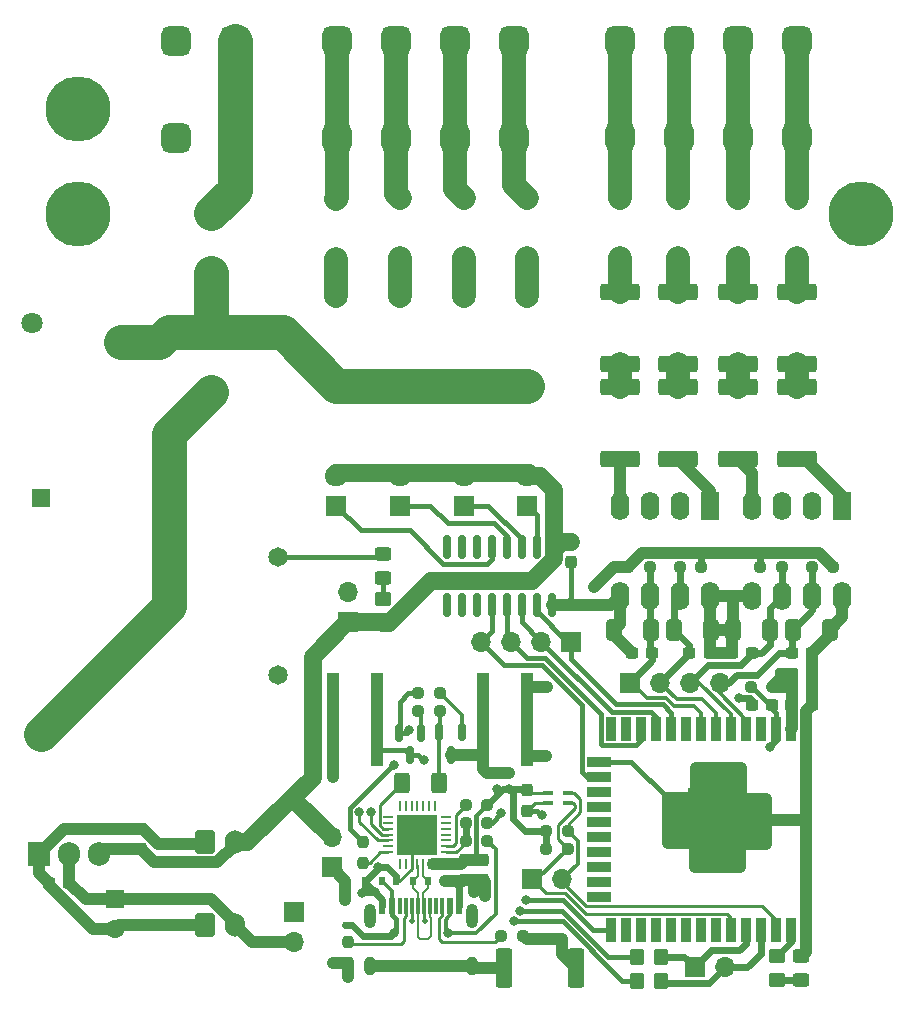
<source format=gtl>
G04 #@! TF.GenerationSoftware,KiCad,Pcbnew,(6.0.4)*
G04 #@! TF.CreationDate,2022-06-03T19:01:50+02:00*
G04 #@! TF.ProjectId,hamodule,68616d6f-6475-46c6-952e-6b696361645f,rev?*
G04 #@! TF.SameCoordinates,Original*
G04 #@! TF.FileFunction,Copper,L1,Top*
G04 #@! TF.FilePolarity,Positive*
%FSLAX46Y46*%
G04 Gerber Fmt 4.6, Leading zero omitted, Abs format (unit mm)*
G04 Created by KiCad (PCBNEW (6.0.4)) date 2022-06-03 19:01:50*
%MOMM*%
%LPD*%
G01*
G04 APERTURE LIST*
G04 Aperture macros list*
%AMRoundRect*
0 Rectangle with rounded corners*
0 $1 Rounding radius*
0 $2 $3 $4 $5 $6 $7 $8 $9 X,Y pos of 4 corners*
0 Add a 4 corners polygon primitive as box body*
4,1,4,$2,$3,$4,$5,$6,$7,$8,$9,$2,$3,0*
0 Add four circle primitives for the rounded corners*
1,1,$1+$1,$2,$3*
1,1,$1+$1,$4,$5*
1,1,$1+$1,$6,$7*
1,1,$1+$1,$8,$9*
0 Add four rect primitives between the rounded corners*
20,1,$1+$1,$2,$3,$4,$5,0*
20,1,$1+$1,$4,$5,$6,$7,0*
20,1,$1+$1,$6,$7,$8,$9,0*
20,1,$1+$1,$8,$9,$2,$3,0*%
G04 Aperture macros list end*
G04 #@! TA.AperFunction,ComponentPad*
%ADD10R,1.700000X1.700000*%
G04 #@! TD*
G04 #@! TA.AperFunction,ComponentPad*
%ADD11O,1.700000X1.700000*%
G04 #@! TD*
G04 #@! TA.AperFunction,SMDPad,CuDef*
%ADD12RoundRect,0.250000X-0.412500X-0.650000X0.412500X-0.650000X0.412500X0.650000X-0.412500X0.650000X0*%
G04 #@! TD*
G04 #@! TA.AperFunction,SMDPad,CuDef*
%ADD13RoundRect,0.249999X-1.425001X0.450001X-1.425001X-0.450001X1.425001X-0.450001X1.425001X0.450001X0*%
G04 #@! TD*
G04 #@! TA.AperFunction,ComponentPad*
%ADD14C,1.800000*%
G04 #@! TD*
G04 #@! TA.AperFunction,SMDPad,CuDef*
%ADD15RoundRect,0.250000X-0.450000X0.325000X-0.450000X-0.325000X0.450000X-0.325000X0.450000X0.325000X0*%
G04 #@! TD*
G04 #@! TA.AperFunction,SMDPad,CuDef*
%ADD16RoundRect,0.250000X-0.450000X0.350000X-0.450000X-0.350000X0.450000X-0.350000X0.450000X0.350000X0*%
G04 #@! TD*
G04 #@! TA.AperFunction,ComponentPad*
%ADD17RoundRect,0.250000X-0.600000X-0.750000X0.600000X-0.750000X0.600000X0.750000X-0.600000X0.750000X0*%
G04 #@! TD*
G04 #@! TA.AperFunction,ComponentPad*
%ADD18O,1.700000X2.000000*%
G04 #@! TD*
G04 #@! TA.AperFunction,SMDPad,CuDef*
%ADD19RoundRect,0.237500X0.300000X0.237500X-0.300000X0.237500X-0.300000X-0.237500X0.300000X-0.237500X0*%
G04 #@! TD*
G04 #@! TA.AperFunction,SMDPad,CuDef*
%ADD20RoundRect,0.237500X0.237500X-0.300000X0.237500X0.300000X-0.237500X0.300000X-0.237500X-0.300000X0*%
G04 #@! TD*
G04 #@! TA.AperFunction,SMDPad,CuDef*
%ADD21RoundRect,0.237500X-0.237500X0.300000X-0.237500X-0.300000X0.237500X-0.300000X0.237500X0.300000X0*%
G04 #@! TD*
G04 #@! TA.AperFunction,ComponentPad*
%ADD22R,1.650000X1.650000*%
G04 #@! TD*
G04 #@! TA.AperFunction,ComponentPad*
%ADD23C,1.650000*%
G04 #@! TD*
G04 #@! TA.AperFunction,ComponentPad*
%ADD24R,1.905000X2.000000*%
G04 #@! TD*
G04 #@! TA.AperFunction,ComponentPad*
%ADD25O,1.905000X2.000000*%
G04 #@! TD*
G04 #@! TA.AperFunction,ComponentPad*
%ADD26C,2.000000*%
G04 #@! TD*
G04 #@! TA.AperFunction,ComponentPad*
%ADD27O,1.950000X1.700000*%
G04 #@! TD*
G04 #@! TA.AperFunction,ComponentPad*
%ADD28RoundRect,0.625000X0.625000X0.625000X-0.625000X0.625000X-0.625000X-0.625000X0.625000X-0.625000X0*%
G04 #@! TD*
G04 #@! TA.AperFunction,ComponentPad*
%ADD29C,5.500000*%
G04 #@! TD*
G04 #@! TA.AperFunction,SMDPad,CuDef*
%ADD30RoundRect,0.150000X0.150000X-0.825000X0.150000X0.825000X-0.150000X0.825000X-0.150000X-0.825000X0*%
G04 #@! TD*
G04 #@! TA.AperFunction,SMDPad,CuDef*
%ADD31RoundRect,0.237500X-0.300000X-0.237500X0.300000X-0.237500X0.300000X0.237500X-0.300000X0.237500X0*%
G04 #@! TD*
G04 #@! TA.AperFunction,SMDPad,CuDef*
%ADD32RoundRect,0.250000X0.412500X0.650000X-0.412500X0.650000X-0.412500X-0.650000X0.412500X-0.650000X0*%
G04 #@! TD*
G04 #@! TA.AperFunction,ComponentPad*
%ADD33R,1.600000X2.400000*%
G04 #@! TD*
G04 #@! TA.AperFunction,ComponentPad*
%ADD34O,1.600000X2.400000*%
G04 #@! TD*
G04 #@! TA.AperFunction,SMDPad,CuDef*
%ADD35RoundRect,0.237500X-0.250000X-0.237500X0.250000X-0.237500X0.250000X0.237500X-0.250000X0.237500X0*%
G04 #@! TD*
G04 #@! TA.AperFunction,SMDPad,CuDef*
%ADD36RoundRect,0.150000X-0.150000X0.587500X-0.150000X-0.587500X0.150000X-0.587500X0.150000X0.587500X0*%
G04 #@! TD*
G04 #@! TA.AperFunction,SMDPad,CuDef*
%ADD37RoundRect,0.237500X0.250000X0.237500X-0.250000X0.237500X-0.250000X-0.237500X0.250000X-0.237500X0*%
G04 #@! TD*
G04 #@! TA.AperFunction,SMDPad,CuDef*
%ADD38R,0.600000X0.700000*%
G04 #@! TD*
G04 #@! TA.AperFunction,SMDPad,CuDef*
%ADD39R,1.100000X1.800000*%
G04 #@! TD*
G04 #@! TA.AperFunction,SMDPad,CuDef*
%ADD40RoundRect,0.237500X-0.237500X0.250000X-0.237500X-0.250000X0.237500X-0.250000X0.237500X0.250000X0*%
G04 #@! TD*
G04 #@! TA.AperFunction,SMDPad,CuDef*
%ADD41R,0.450000X0.600000*%
G04 #@! TD*
G04 #@! TA.AperFunction,SMDPad,CuDef*
%ADD42R,0.900000X2.000000*%
G04 #@! TD*
G04 #@! TA.AperFunction,SMDPad,CuDef*
%ADD43R,2.000000X0.900000*%
G04 #@! TD*
G04 #@! TA.AperFunction,SMDPad,CuDef*
%ADD44R,5.000000X5.000000*%
G04 #@! TD*
G04 #@! TA.AperFunction,SMDPad,CuDef*
%ADD45RoundRect,0.250000X0.400000X0.625000X-0.400000X0.625000X-0.400000X-0.625000X0.400000X-0.625000X0*%
G04 #@! TD*
G04 #@! TA.AperFunction,SMDPad,CuDef*
%ADD46RoundRect,0.250000X0.350000X0.450000X-0.350000X0.450000X-0.350000X-0.450000X0.350000X-0.450000X0*%
G04 #@! TD*
G04 #@! TA.AperFunction,SMDPad,CuDef*
%ADD47RoundRect,0.062500X0.062500X-0.337500X0.062500X0.337500X-0.062500X0.337500X-0.062500X-0.337500X0*%
G04 #@! TD*
G04 #@! TA.AperFunction,SMDPad,CuDef*
%ADD48RoundRect,0.062500X0.337500X-0.062500X0.337500X0.062500X-0.337500X0.062500X-0.337500X-0.062500X0*%
G04 #@! TD*
G04 #@! TA.AperFunction,SMDPad,CuDef*
%ADD49R,3.350000X3.350000*%
G04 #@! TD*
G04 #@! TA.AperFunction,ComponentPad*
%ADD50C,1.408000*%
G04 #@! TD*
G04 #@! TA.AperFunction,SMDPad,CuDef*
%ADD51R,0.600000X1.450000*%
G04 #@! TD*
G04 #@! TA.AperFunction,SMDPad,CuDef*
%ADD52R,0.300000X1.450000*%
G04 #@! TD*
G04 #@! TA.AperFunction,ComponentPad*
%ADD53O,1.000000X2.100000*%
G04 #@! TD*
G04 #@! TA.AperFunction,ComponentPad*
%ADD54O,1.000000X1.600000*%
G04 #@! TD*
G04 #@! TA.AperFunction,SMDPad,CuDef*
%ADD55RoundRect,0.249999X-0.450001X-1.425001X0.450001X-1.425001X0.450001X1.425001X-0.450001X1.425001X0*%
G04 #@! TD*
G04 #@! TA.AperFunction,SMDPad,CuDef*
%ADD56R,0.820000X0.304800*%
G04 #@! TD*
G04 #@! TA.AperFunction,SMDPad,CuDef*
%ADD57R,0.820000X0.308800*%
G04 #@! TD*
G04 #@! TA.AperFunction,ComponentPad*
%ADD58R,1.600000X1.600000*%
G04 #@! TD*
G04 #@! TA.AperFunction,ComponentPad*
%ADD59C,1.600000*%
G04 #@! TD*
G04 #@! TA.AperFunction,SMDPad,CuDef*
%ADD60RoundRect,0.250000X0.450000X-0.350000X0.450000X0.350000X-0.450000X0.350000X-0.450000X-0.350000X0*%
G04 #@! TD*
G04 #@! TA.AperFunction,ViaPad*
%ADD61C,0.800000*%
G04 #@! TD*
G04 #@! TA.AperFunction,ViaPad*
%ADD62C,0.500000*%
G04 #@! TD*
G04 #@! TA.AperFunction,Conductor*
%ADD63C,3.000000*%
G04 #@! TD*
G04 #@! TA.AperFunction,Conductor*
%ADD64C,1.500000*%
G04 #@! TD*
G04 #@! TA.AperFunction,Conductor*
%ADD65C,1.000000*%
G04 #@! TD*
G04 #@! TA.AperFunction,Conductor*
%ADD66C,0.250000*%
G04 #@! TD*
G04 #@! TA.AperFunction,Conductor*
%ADD67C,0.600000*%
G04 #@! TD*
G04 #@! TA.AperFunction,Conductor*
%ADD68C,0.350000*%
G04 #@! TD*
G04 #@! TA.AperFunction,Conductor*
%ADD69C,2.000000*%
G04 #@! TD*
G04 #@! TA.AperFunction,Conductor*
%ADD70C,0.400000*%
G04 #@! TD*
G04 #@! TA.AperFunction,Conductor*
%ADD71C,0.200000*%
G04 #@! TD*
G04 APERTURE END LIST*
D10*
X150558500Y-144538700D03*
D11*
X150558500Y-147078700D03*
D12*
X182677074Y-120583120D03*
X185802074Y-120583120D03*
D13*
X178117500Y-91986100D03*
X178117500Y-98086100D03*
X183070500Y-91986100D03*
X183070500Y-98086100D03*
D14*
X128386500Y-94623500D03*
X135886500Y-96256830D03*
D13*
X183070500Y-100037900D03*
X183070500Y-106137900D03*
X178117500Y-100037900D03*
X178117500Y-106137900D03*
D15*
X158100000Y-114150000D03*
X158100000Y-116200000D03*
D16*
X158100000Y-118000000D03*
X158100000Y-120000000D03*
D17*
X143009300Y-138603500D03*
D18*
X145509300Y-138603500D03*
D10*
X155080500Y-119965500D03*
D11*
X155080500Y-117425500D03*
D19*
X131500000Y-142000000D03*
X129775000Y-142000000D03*
D20*
X137600000Y-139200000D03*
X137600000Y-137475000D03*
D21*
X174000000Y-113175000D03*
X174000000Y-114900000D03*
D22*
X129136100Y-109443500D03*
D23*
X129136100Y-129443500D03*
X149136100Y-124443500D03*
X149136100Y-114443500D03*
D24*
X128960000Y-139600000D03*
D25*
X131500000Y-139600000D03*
X134040000Y-139600000D03*
D26*
X154100000Y-92300000D03*
X154100000Y-99920000D03*
D10*
X154100000Y-110080000D03*
D27*
X154100000Y-107540000D03*
D26*
X159500000Y-92300000D03*
X159500000Y-99920000D03*
D10*
X159500000Y-110080000D03*
D27*
X159500000Y-107540000D03*
D26*
X170300000Y-92300000D03*
X170300000Y-99920000D03*
D10*
X170300000Y-110080000D03*
D27*
X170300000Y-107540000D03*
D28*
X169146500Y-78953500D03*
X169146500Y-70753501D03*
X164146500Y-78953500D03*
X164146500Y-70753501D03*
X159146500Y-78953500D03*
X159146500Y-70753501D03*
X154146500Y-78953500D03*
X154146500Y-70753501D03*
X145500100Y-78977099D03*
X145500100Y-70777100D03*
X140500100Y-78977099D03*
X140500100Y-70777100D03*
X193106500Y-78913499D03*
X193106500Y-70713500D03*
X188106500Y-78913499D03*
X188106500Y-70713500D03*
X183106500Y-78913499D03*
X183106500Y-70713500D03*
X178106500Y-78913499D03*
X178106500Y-70713500D03*
D26*
X143546500Y-85283500D03*
X143536500Y-90363500D03*
D29*
X198564500Y-85407500D03*
X132270500Y-85407500D03*
D26*
X164900000Y-92300000D03*
X164900000Y-99920000D03*
D10*
X164900000Y-110080000D03*
D27*
X164900000Y-107540000D03*
D29*
X132256500Y-76503500D03*
D30*
X163455000Y-118512500D03*
X164725000Y-118512500D03*
X165995000Y-118512500D03*
X167265000Y-118512500D03*
X168535000Y-118512500D03*
X169805000Y-118512500D03*
X171075000Y-118512500D03*
X172345000Y-118512500D03*
X172345000Y-113562500D03*
X171075000Y-113562500D03*
X169805000Y-113562500D03*
X168535000Y-113562500D03*
X167265000Y-113562500D03*
X165995000Y-113562500D03*
X164725000Y-113562500D03*
X163455000Y-113562500D03*
D31*
X183998674Y-122564320D03*
X185723674Y-122564320D03*
D19*
X189305074Y-122564320D03*
X187580074Y-122564320D03*
D32*
X190818974Y-120583120D03*
X187693974Y-120583120D03*
D12*
X192761674Y-120583120D03*
X195886674Y-120583120D03*
D13*
X193128900Y-100037900D03*
X193128900Y-106137900D03*
X188099700Y-91986100D03*
X188099700Y-98086100D03*
X193128900Y-91986100D03*
X193128900Y-98086100D03*
D33*
X185751274Y-110118320D03*
D34*
X183211274Y-110118320D03*
X180671274Y-110118320D03*
X178131274Y-110118320D03*
X178131274Y-117738320D03*
X180671274Y-117738320D03*
X183211274Y-117738320D03*
X185751274Y-117738320D03*
D33*
X196927274Y-110118320D03*
D34*
X194387274Y-110118320D03*
X191847274Y-110118320D03*
X189307274Y-110118320D03*
X189307274Y-117738320D03*
X191847274Y-117738320D03*
X194387274Y-117738320D03*
X196927274Y-117738320D03*
D13*
X188099700Y-100037900D03*
X188099700Y-106137900D03*
D19*
X180874474Y-122564320D03*
X179149474Y-122564320D03*
D31*
X192660074Y-122564320D03*
X194385074Y-122564320D03*
D35*
X189256000Y-125412500D03*
X191081000Y-125412500D03*
D31*
X192659000Y-125412500D03*
X194384000Y-125412500D03*
D19*
X191018500Y-126936500D03*
X189293500Y-126936500D03*
D36*
X164746500Y-129298500D03*
X162846500Y-129298500D03*
X163796500Y-131173500D03*
D35*
X161071500Y-127513500D03*
X162896500Y-127513500D03*
D37*
X162896500Y-125983500D03*
X161071500Y-125983500D03*
D38*
X157983000Y-141900900D03*
X156583000Y-141900900D03*
D17*
X143009300Y-145580100D03*
D18*
X145509300Y-145580100D03*
D39*
X166566500Y-131300000D03*
X166566500Y-125100000D03*
X170266500Y-125100000D03*
X170266500Y-131300000D03*
X157550000Y-131300000D03*
X157550000Y-125100000D03*
X153850000Y-125100000D03*
X153850000Y-131300000D03*
D21*
X164974900Y-140078300D03*
X164974900Y-141803300D03*
D35*
X165065500Y-135410900D03*
X166890500Y-135410900D03*
D37*
X166890500Y-138458900D03*
X165065500Y-138458900D03*
D35*
X165065500Y-136934900D03*
X166890500Y-136934900D03*
D21*
X166574900Y-140084800D03*
X166574900Y-141809800D03*
D40*
X156406500Y-138553000D03*
X156406500Y-140378000D03*
D41*
X154876500Y-143514100D03*
X154876500Y-145614100D03*
D38*
X160583000Y-141900900D03*
X159183000Y-141900900D03*
X161893000Y-141900900D03*
X163293000Y-141900900D03*
D42*
X193865500Y-128986500D03*
X192595500Y-128986500D03*
X191325500Y-128986500D03*
X190055500Y-128986500D03*
X188785500Y-128986500D03*
X187515500Y-128986500D03*
X186245500Y-128986500D03*
X184975500Y-128986500D03*
X183705500Y-128986500D03*
X182435500Y-128986500D03*
X181165500Y-128986500D03*
X179895500Y-128986500D03*
X178625500Y-128986500D03*
X177355500Y-128986500D03*
D43*
X176355500Y-131771500D03*
X176355500Y-133041500D03*
X176355500Y-134311500D03*
X176355500Y-135581500D03*
X176355500Y-136851500D03*
X176355500Y-138121500D03*
X176355500Y-139391500D03*
X176355500Y-140661500D03*
X176355500Y-141931500D03*
X176355500Y-143201500D03*
D42*
X177355500Y-145986500D03*
X178625500Y-145986500D03*
X179895500Y-145986500D03*
X181165500Y-145986500D03*
X182435500Y-145986500D03*
X183705500Y-145986500D03*
X184975500Y-145986500D03*
X186245500Y-145986500D03*
X187515500Y-145986500D03*
X188785500Y-145986500D03*
X190055500Y-145986500D03*
X191325500Y-145986500D03*
X192595500Y-145986500D03*
X193865500Y-145986500D03*
D44*
X186365500Y-136486500D03*
D36*
X161286500Y-129308500D03*
X159386500Y-129308500D03*
X160336500Y-131183500D03*
D10*
X178955700Y-125082300D03*
D11*
X181495700Y-125082300D03*
X184035700Y-125082300D03*
X186575700Y-125082300D03*
D10*
X184442100Y-149161500D03*
D11*
X186982100Y-149161500D03*
D45*
X162779000Y-133575500D03*
X159679000Y-133575500D03*
D46*
X181578000Y-150304500D03*
X179578000Y-150304500D03*
X181578000Y-148272500D03*
X179578000Y-148272500D03*
D47*
X159483000Y-140390900D03*
X159983000Y-140390900D03*
X160483000Y-140390900D03*
X160983000Y-140390900D03*
X161483000Y-140390900D03*
X161983000Y-140390900D03*
X162483000Y-140390900D03*
D48*
X163433000Y-139440900D03*
X163433000Y-138940900D03*
X163433000Y-138440900D03*
X163433000Y-137940900D03*
X163433000Y-137440900D03*
X163433000Y-136940900D03*
X163433000Y-136440900D03*
D47*
X162483000Y-135490900D03*
X161983000Y-135490900D03*
X161483000Y-135490900D03*
X160983000Y-135490900D03*
X160483000Y-135490900D03*
X159983000Y-135490900D03*
X159483000Y-135490900D03*
D48*
X158533000Y-136440900D03*
X158533000Y-136940900D03*
X158533000Y-137440900D03*
X158533000Y-137940900D03*
X158533000Y-138440900D03*
X158533000Y-138940900D03*
X158533000Y-139440900D03*
D49*
X160983000Y-137940900D03*
D31*
X192648500Y-126936500D03*
X194373500Y-126936500D03*
D32*
X180747474Y-120583120D03*
X177622474Y-120583120D03*
D10*
X153733500Y-140708300D03*
D11*
X153733500Y-138168300D03*
D21*
X170296500Y-134186100D03*
X170296500Y-135911100D03*
D35*
X168096500Y-146513500D03*
X169921500Y-146513500D03*
X189993074Y-115274520D03*
X191818074Y-115274520D03*
D50*
X183070500Y-89090500D03*
X183070500Y-84010500D03*
D35*
X178820874Y-115274520D03*
X180645874Y-115274520D03*
D50*
X193128900Y-89090500D03*
X193128900Y-84010500D03*
D10*
X170700700Y-141719300D03*
D11*
X173240700Y-141719300D03*
D15*
X193484500Y-148217500D03*
X193484500Y-150267500D03*
D50*
X154100000Y-89180000D03*
X154100000Y-84100000D03*
D51*
X158023000Y-143955900D03*
X158823000Y-143955900D03*
D52*
X160023000Y-143955900D03*
X161023000Y-143955900D03*
X161523000Y-143955900D03*
X162523000Y-143955900D03*
D51*
X163723000Y-143955900D03*
X164523000Y-143955900D03*
X164523000Y-143955900D03*
X163723000Y-143955900D03*
D52*
X163023000Y-143955900D03*
X162023000Y-143955900D03*
X160523000Y-143955900D03*
X159523000Y-143955900D03*
D51*
X158823000Y-143955900D03*
X158023000Y-143955900D03*
D53*
X165593000Y-144870900D03*
D54*
X156953000Y-149050900D03*
D53*
X156953000Y-144870900D03*
D54*
X165593000Y-149050900D03*
D37*
X196186874Y-115274520D03*
X194361874Y-115274520D03*
D50*
X188099700Y-89090500D03*
X188099700Y-84010500D03*
D26*
X143546500Y-95413500D03*
X143536500Y-100493500D03*
D50*
X164900000Y-89140000D03*
X164900000Y-84060000D03*
D55*
X168326500Y-149243500D03*
X174426500Y-149243500D03*
D56*
X173760000Y-135261900D03*
D57*
X173760000Y-134451100D03*
X172040000Y-134451100D03*
D56*
X172040000Y-135261900D03*
D35*
X171869100Y-137604500D03*
X173694100Y-137604500D03*
D58*
X135400000Y-143400000D03*
D59*
X135400000Y-145900000D03*
D50*
X178092100Y-89090500D03*
X178092100Y-84010500D03*
D37*
X185014674Y-115274520D03*
X183189674Y-115274520D03*
D35*
X171869100Y-139128500D03*
X173694100Y-139128500D03*
D50*
X170300000Y-89140000D03*
X170300000Y-84060000D03*
D60*
X191407500Y-150242500D03*
X191407500Y-148242500D03*
D40*
X155086500Y-147013500D03*
X155086500Y-148838500D03*
D10*
X174000000Y-121600000D03*
D11*
X171460000Y-121600000D03*
X168920000Y-121600000D03*
X166380000Y-121600000D03*
D50*
X159500000Y-89140000D03*
X159500000Y-84060000D03*
D61*
X175900000Y-117000000D03*
X168719500Y-134048500D03*
X167703500Y-134048500D03*
X191731900Y-124421900D03*
X192671700Y-124432420D03*
X190836500Y-130523500D03*
X168700000Y-132700000D03*
D62*
X160503000Y-145224500D03*
X161607500Y-145224500D03*
D61*
X170192700Y-143497300D03*
X161536500Y-131663500D03*
X160296500Y-129123000D03*
X158966500Y-132033500D03*
X158983000Y-146300784D03*
X163600000Y-146300000D03*
X183172100Y-135851900D03*
X185407300Y-139712700D03*
X187337700Y-139712700D03*
X185559700Y-133311900D03*
X190500000Y-136766300D03*
X162116300Y-136856500D03*
X160926500Y-139103900D03*
X188400000Y-132270500D03*
X157356500Y-142843500D03*
X186500000Y-132270500D03*
X153800000Y-133100000D03*
X182181500Y-136740900D03*
X159786500Y-139103900D03*
X188201300Y-126403100D03*
X155106500Y-150003500D03*
X162106500Y-139173900D03*
X193856500Y-144343500D03*
X171912632Y-125487368D03*
X184518300Y-140652500D03*
X171500000Y-136300000D03*
X172212000Y-146812000D03*
X193865500Y-130644900D03*
X166738300Y-143116300D03*
X171900000Y-131300000D03*
X159796500Y-137999500D03*
X160922500Y-137974100D03*
X160922500Y-136856500D03*
X173228000Y-146812000D03*
X189600000Y-135826500D03*
X189600000Y-137700000D03*
X187490100Y-133311900D03*
X188277500Y-140652500D03*
X157612099Y-140708899D03*
X171196000Y-146812000D03*
X184600000Y-132270500D03*
X168100000Y-136100000D03*
X156324300Y-142862300D03*
X182181500Y-138620500D03*
X153826500Y-148833500D03*
X159804900Y-136881900D03*
X182181500Y-134861300D03*
X165773100Y-142811500D03*
X164021100Y-141900900D03*
X183172100Y-137731500D03*
X190500000Y-134900000D03*
X190500000Y-138700000D03*
X186397900Y-140652500D03*
X162090900Y-137948700D03*
X157083980Y-136013900D03*
X169176700Y-145300700D03*
X169659300Y-144411700D03*
X156066500Y-136005500D03*
D63*
X143536500Y-90363500D02*
X143536500Y-95403500D01*
X135886500Y-96256830D02*
X139070170Y-96256830D01*
X143546500Y-95413500D02*
X139913500Y-95413500D01*
X154100000Y-99920000D02*
X170300000Y-99920000D01*
X139070170Y-96256830D02*
X139913500Y-95413500D01*
X143536500Y-95403500D02*
X143546500Y-95413500D01*
X143546500Y-95413500D02*
X149593500Y-95413500D01*
X149593500Y-95413500D02*
X154100000Y-99920000D01*
D64*
X172575480Y-114624520D02*
X172575480Y-108756458D01*
X155034500Y-119965500D02*
X152100000Y-122900000D01*
X158100000Y-120000000D02*
X158596377Y-120000000D01*
X146562300Y-138603500D02*
X145509300Y-138603500D01*
D65*
X145509300Y-138796324D02*
X145509300Y-138603500D01*
D64*
X150332900Y-134832900D02*
X150398100Y-134832900D01*
D65*
X144002604Y-140303020D02*
X145509300Y-138796324D01*
D64*
X171359022Y-107540000D02*
X170300000Y-107540000D01*
X173225000Y-113175000D02*
X174000000Y-113175000D01*
X172575480Y-114624520D02*
X172575480Y-113824520D01*
X172575480Y-113824520D02*
X173225000Y-113175000D01*
X152100000Y-133131000D02*
X150398100Y-134832900D01*
D65*
X137600000Y-139200000D02*
X134440000Y-139200000D01*
D64*
X150332900Y-134832900D02*
X146562300Y-138603500D01*
D65*
X137600000Y-139200000D02*
X138703020Y-140303020D01*
D64*
X154107300Y-107359500D02*
X170430501Y-107359500D01*
X150398100Y-134832900D02*
X153733500Y-138168300D01*
X172575480Y-108756458D02*
X171359022Y-107540000D01*
X170430501Y-107359500D02*
X170450000Y-107340001D01*
D65*
X134440000Y-139200000D02*
X134040000Y-139600000D01*
D64*
X170703623Y-116496377D02*
X172575480Y-114624520D01*
X152100000Y-122900000D02*
X152100000Y-133131000D01*
X155080500Y-119965500D02*
X155034500Y-119965500D01*
X162100000Y-116496377D02*
X158630877Y-119965500D01*
X158596377Y-120000000D02*
X162100000Y-116496377D01*
X162100000Y-116496377D02*
X170703623Y-116496377D01*
D65*
X138703020Y-140303020D02*
X144002604Y-140303020D01*
D64*
X158630877Y-119965500D02*
X155080500Y-119965500D01*
D66*
X166574900Y-140084800D02*
X166003480Y-139513380D01*
D67*
X169100000Y-134429000D02*
X168719500Y-134048500D01*
X185014674Y-115274520D02*
X185014674Y-114178280D01*
X169100000Y-136600000D02*
X169100000Y-134429000D01*
D65*
X179995394Y-114100000D02*
X178820874Y-115274520D01*
X196186874Y-115274520D02*
X196174520Y-115274520D01*
X192659000Y-125412500D02*
X192659000Y-128923000D01*
D67*
X170104500Y-137604500D02*
X169100000Y-136600000D01*
D66*
X170561500Y-134451100D02*
X170296500Y-134186100D01*
D68*
X165927520Y-136336380D02*
X166853000Y-135410900D01*
D65*
X185092954Y-114100000D02*
X179995394Y-114100000D01*
D66*
X166003480Y-136260420D02*
X166853000Y-135410900D01*
X166003480Y-139513380D02*
X166003480Y-136260420D01*
D67*
X189993074Y-114160120D02*
X189932954Y-114100000D01*
D65*
X191731900Y-124724100D02*
X191043500Y-125412500D01*
D68*
X165747200Y-140084800D02*
X165927520Y-139904480D01*
D66*
X171836500Y-134451100D02*
X170561500Y-134451100D01*
D65*
X178820874Y-115274520D02*
X177625480Y-115274520D01*
X196174520Y-115274520D02*
X195000000Y-114100000D01*
X192659000Y-125412500D02*
X192659000Y-124445120D01*
X164662300Y-140390900D02*
X162307520Y-140390900D01*
D67*
X185014674Y-114178280D02*
X185092954Y-114100000D01*
X171869100Y-137604500D02*
X170104500Y-137604500D01*
D65*
X189932954Y-114100000D02*
X185092954Y-114100000D01*
D67*
X168252900Y-134048500D02*
X167703500Y-134597900D01*
X167703500Y-134597900D02*
X166890500Y-135410900D01*
D65*
X166574900Y-140084800D02*
X165747200Y-140084800D01*
X192659000Y-128923000D02*
X192595500Y-128986500D01*
D68*
X165927520Y-139904480D02*
X165927520Y-136336380D01*
D67*
X168719500Y-134048500D02*
X168252900Y-134048500D01*
D65*
X191731900Y-124421900D02*
X191731900Y-124724100D01*
X177625480Y-115274520D02*
X175900000Y-117000000D01*
D67*
X189993074Y-115274520D02*
X189993074Y-114160120D01*
D65*
X165747200Y-140084800D02*
X164981400Y-140084800D01*
D67*
X167703500Y-134048500D02*
X167703500Y-134597900D01*
X170158900Y-134048500D02*
X170296500Y-134186100D01*
D65*
X192659000Y-124445120D02*
X192671700Y-124432420D01*
D67*
X171869100Y-137604500D02*
X171869100Y-139128500D01*
D65*
X195000000Y-114100000D02*
X189932954Y-114100000D01*
X164974900Y-140078300D02*
X164662300Y-140390900D01*
X164981400Y-140084800D02*
X164974900Y-140078300D01*
D67*
X168719500Y-134048500D02*
X170158900Y-134048500D01*
D65*
X191043500Y-125412500D02*
X192659000Y-125412500D01*
D69*
X193106500Y-78913499D02*
X193106500Y-83988100D01*
X193106500Y-83988100D02*
X193128900Y-84010500D01*
X193106500Y-78913499D02*
X193106500Y-70713500D01*
X188106500Y-84003700D02*
X188099700Y-84010500D01*
X188106500Y-70713500D02*
X188106500Y-78913499D01*
X188106500Y-78913499D02*
X188106500Y-84003700D01*
X183106500Y-78913499D02*
X183106500Y-70713500D01*
X183070500Y-78949499D02*
X183106500Y-78913499D01*
X183070500Y-84010500D02*
X183070500Y-78949499D01*
X178106500Y-70713500D02*
X178106500Y-78913499D01*
X178106500Y-83996100D02*
X178092100Y-84010500D01*
X178106500Y-78913499D02*
X178106500Y-83996100D01*
X170300000Y-89140000D02*
X170300000Y-92300000D01*
X164900000Y-89140000D02*
X164900000Y-92300000D01*
X159500000Y-89140000D02*
X159500000Y-92300000D01*
X154100000Y-89180000D02*
X154100000Y-92300000D01*
D70*
X163140362Y-115000000D02*
X166900000Y-115000000D01*
X167265000Y-114635000D02*
X167265000Y-113562500D01*
X156207980Y-112187980D02*
X160328342Y-112187980D01*
X154100000Y-110080000D02*
X156207980Y-112187980D01*
X160328342Y-112187980D02*
X163140362Y-115000000D01*
X166900000Y-115000000D02*
X167265000Y-114635000D01*
X163600000Y-111600000D02*
X167500000Y-111600000D01*
X168535000Y-112635000D02*
X168535000Y-113562500D01*
X162080000Y-110080000D02*
X163600000Y-111600000D01*
X159500000Y-110080000D02*
X162080000Y-110080000D01*
X167500000Y-111600000D02*
X168535000Y-112635000D01*
X166927850Y-110080000D02*
X169805000Y-112957150D01*
X164900000Y-110080000D02*
X166927850Y-110080000D01*
X169805000Y-112957150D02*
X169805000Y-113562500D01*
X170300000Y-110080000D02*
X171075000Y-110855000D01*
X171075000Y-110855000D02*
X171075000Y-113562500D01*
D67*
X180645874Y-115274520D02*
X180645874Y-117712920D01*
X180671274Y-117738320D02*
X180671274Y-122361120D01*
D68*
X184975500Y-127636500D02*
X184393220Y-127054220D01*
X181988562Y-126352300D02*
X180378100Y-126352300D01*
X184975500Y-128986500D02*
X184975500Y-127636500D01*
D67*
X180671274Y-122361120D02*
X180874474Y-122564320D01*
D68*
X184393220Y-127054220D02*
X182690481Y-127054219D01*
X179108100Y-125082300D02*
X178955700Y-125082300D01*
D67*
X180874474Y-122564320D02*
X180874474Y-123163526D01*
X180645874Y-117712920D02*
X180671274Y-117738320D01*
D68*
X182690481Y-127054219D02*
X181988562Y-126352300D01*
D67*
X180874474Y-123163526D02*
X178955700Y-125082300D01*
D68*
X180378100Y-126352300D02*
X179108100Y-125082300D01*
X182918100Y-126504700D02*
X185113700Y-126504700D01*
X186245500Y-127636500D02*
X186245500Y-128986500D01*
X181495700Y-125082300D02*
X182918100Y-126504700D01*
D67*
X182677074Y-118272520D02*
X183211274Y-117738320D01*
X183189674Y-115274520D02*
X183189674Y-117716720D01*
X183998674Y-122579326D02*
X181495700Y-125082300D01*
D68*
X185113700Y-126504700D02*
X186245500Y-127636500D01*
D67*
X183189674Y-117716720D02*
X183211274Y-117738320D01*
X183998674Y-122564320D02*
X183998674Y-122579326D01*
X183998674Y-121904720D02*
X182677074Y-120583120D01*
X183998674Y-122564320D02*
X183998674Y-121904720D01*
X182677074Y-120583120D02*
X182677074Y-118272520D01*
D68*
X187515500Y-127749300D02*
X187510979Y-127749300D01*
D67*
X191818074Y-117709120D02*
X191847274Y-117738320D01*
X189305074Y-122564320D02*
X189305074Y-122594926D01*
X190818974Y-120583120D02*
X190818974Y-121852328D01*
X190818974Y-121852328D02*
X190106982Y-122564320D01*
X190106982Y-122564320D02*
X189305074Y-122564320D01*
X189305074Y-122594926D02*
X188336161Y-123563839D01*
X188336161Y-123563839D02*
X185554161Y-123563839D01*
X190818974Y-118766620D02*
X191847274Y-117738320D01*
D68*
X187515500Y-128986500D02*
X187515500Y-127749300D01*
X187510979Y-127749300D02*
X184843979Y-125082300D01*
D67*
X190818974Y-120583120D02*
X190818974Y-118766620D01*
X191818074Y-115274520D02*
X191818074Y-117709120D01*
D68*
X184843979Y-125082300D02*
X184035700Y-125082300D01*
D67*
X185554161Y-123563839D02*
X184035700Y-125082300D01*
X189737980Y-124400000D02*
X188000000Y-124400000D01*
X194361874Y-115274520D02*
X194361874Y-117712920D01*
D68*
X186575700Y-125082300D02*
X186575700Y-125996700D01*
D67*
X192660074Y-122564320D02*
X192660074Y-120684720D01*
D68*
X186575700Y-125996700D02*
X188785500Y-128206500D01*
D67*
X187317700Y-125082300D02*
X186575700Y-125082300D01*
X188000000Y-124400000D02*
X187317700Y-125082300D01*
X194387274Y-118957520D02*
X192761674Y-120583120D01*
X194387274Y-117738320D02*
X194387274Y-118957520D01*
X192660074Y-120684720D02*
X192761674Y-120583120D01*
D68*
X188785500Y-128206500D02*
X188785500Y-128986500D01*
D67*
X191573660Y-122564320D02*
X189737980Y-124400000D01*
X192660074Y-122564320D02*
X191573660Y-122564320D01*
X194361874Y-117712920D02*
X194387274Y-117738320D01*
D70*
X171501181Y-123549031D02*
X168329031Y-123549031D01*
X168329031Y-123549031D02*
X166380000Y-121600000D01*
X175376478Y-133041500D02*
X174955989Y-132621011D01*
X167265000Y-120715000D02*
X166380000Y-121600000D01*
X176355500Y-133041500D02*
X175376478Y-133041500D01*
X174955989Y-132621011D02*
X174955989Y-127003839D01*
X167265000Y-118512500D02*
X167265000Y-120715000D01*
X174955989Y-127003839D02*
X171501181Y-123549031D01*
X176505989Y-130305989D02*
X176586500Y-130386500D01*
X168920000Y-121600000D02*
X170269511Y-122949511D01*
X168535000Y-118512500D02*
X168535000Y-121215000D01*
X179474522Y-130386500D02*
X179895500Y-129965522D01*
X171749511Y-122949511D02*
X176505989Y-127705989D01*
X170269511Y-122949511D02*
X171749511Y-122949511D01*
X176505989Y-127705989D02*
X176505989Y-130305989D01*
X176586500Y-130386500D02*
X179474522Y-130386500D01*
X179895500Y-129965522D02*
X179895500Y-128986500D01*
X168535000Y-121215000D02*
X168920000Y-121600000D01*
X177446989Y-127586989D02*
X171460000Y-121600000D01*
X181165500Y-128986500D02*
X181165500Y-128007478D01*
X181165500Y-128007478D02*
X180745011Y-127586989D01*
X180745011Y-127586989D02*
X177446989Y-127586989D01*
X169805000Y-119945000D02*
X171460000Y-121600000D01*
X169805000Y-118512500D02*
X169805000Y-119945000D01*
X171075000Y-118512500D02*
X171075000Y-118994638D01*
X171075000Y-118994638D02*
X173680362Y-121600000D01*
X177826820Y-126926820D02*
X174000000Y-123100000D01*
X181750588Y-126926820D02*
X177826820Y-126926820D01*
X174000000Y-123100000D02*
X174000000Y-121600000D01*
X182435500Y-127611732D02*
X181750588Y-126926820D01*
X182435500Y-128986500D02*
X182435500Y-127611732D01*
X173680362Y-121600000D02*
X174000000Y-121600000D01*
D63*
X145500100Y-83329900D02*
X143546500Y-85283500D01*
X145500100Y-78977099D02*
X145500100Y-83329900D01*
X145500100Y-70777100D02*
X145500100Y-78977099D01*
D70*
X191018500Y-127328000D02*
X191325500Y-127635000D01*
D67*
X191325500Y-128986500D02*
X191325500Y-129944500D01*
D65*
X166566500Y-125100000D02*
X166566500Y-131300000D01*
X168700000Y-132700000D02*
X166909364Y-132700000D01*
D70*
X190817500Y-126936500D02*
X189293500Y-125412500D01*
D65*
X163796500Y-131173500D02*
X166440000Y-131173500D01*
D70*
X191018500Y-126936500D02*
X191018500Y-127328000D01*
D65*
X166440000Y-131173500D02*
X166566500Y-131300000D01*
D70*
X191325500Y-127635000D02*
X191325500Y-128986500D01*
D67*
X191325500Y-129944500D02*
X190783989Y-130486011D01*
D65*
X166566500Y-132357136D02*
X166566500Y-131300000D01*
X166909364Y-132700000D02*
X166566500Y-132357136D01*
D71*
X160583000Y-141850900D02*
X161013000Y-141420900D01*
X162140900Y-144998800D02*
X162023000Y-144880900D01*
X161013000Y-141420900D02*
X161013000Y-140513392D01*
X162140900Y-146559100D02*
X162140900Y-144998800D01*
X160583000Y-141900900D02*
X160583000Y-142425901D01*
X161023000Y-143955900D02*
X161023000Y-146623000D01*
X161023000Y-146623000D02*
X161200000Y-146800000D01*
X161200000Y-146800000D02*
X161900000Y-146800000D01*
D66*
X161023000Y-143955900D02*
X161063000Y-143995900D01*
D71*
X161013000Y-142855901D02*
X161013000Y-144023500D01*
X162023000Y-144880900D02*
X162023000Y-143955900D01*
X161900000Y-146800000D02*
X162140900Y-146559100D01*
X160583000Y-141900900D02*
X160583000Y-141850900D01*
X160583000Y-142425901D02*
X161013000Y-142855901D01*
X161893000Y-141850900D02*
X161463000Y-141420900D01*
D66*
X161607500Y-145224500D02*
X161523000Y-145140000D01*
D71*
X161893000Y-141900900D02*
X161893000Y-141850900D01*
D66*
X160503000Y-145224500D02*
X160503000Y-143975900D01*
D71*
X161893000Y-142425901D02*
X161463000Y-142855901D01*
D66*
X161523000Y-145140000D02*
X161523000Y-143955900D01*
D71*
X161893000Y-141900900D02*
X161893000Y-142425901D01*
X161463000Y-142855901D02*
X161463000Y-144023500D01*
X161463000Y-141420900D02*
X161463000Y-140513392D01*
D66*
X160503000Y-143975900D02*
X160523000Y-143955900D01*
D68*
X162896500Y-129248500D02*
X162846500Y-129298500D01*
X162896500Y-127513500D02*
X162896500Y-129248500D01*
X162846500Y-133508000D02*
X162779000Y-133575500D01*
X162846500Y-129298500D02*
X162846500Y-133508000D01*
D70*
X161536500Y-131663500D02*
X161056500Y-131183500D01*
X159953000Y-130800000D02*
X160336500Y-131183500D01*
X161056500Y-131183500D02*
X160336500Y-131183500D01*
D65*
X157556500Y-124833500D02*
X157556500Y-131033500D01*
D70*
X158000000Y-130800000D02*
X159953000Y-130800000D01*
X170243500Y-143471900D02*
X173336398Y-143471900D01*
X175850998Y-145986500D02*
X177355500Y-145986500D01*
X173336398Y-143471900D02*
X175850998Y-145986500D01*
X157500000Y-131300000D02*
X158000000Y-130800000D01*
X159466500Y-129228500D02*
X159386500Y-129308500D01*
X159466500Y-127333500D02*
X159466500Y-129228500D01*
X156406500Y-138590500D02*
X155266989Y-137450989D01*
X155266989Y-137450989D02*
X155266989Y-135654011D01*
X159466500Y-126683500D02*
X160166500Y-125983500D01*
X160166500Y-125983500D02*
X161071500Y-125983500D01*
X159386500Y-129308500D02*
X160111000Y-129308500D01*
X155266989Y-135654011D02*
X158887500Y-132033500D01*
X158887500Y-132033500D02*
X158966500Y-132033500D01*
X160111000Y-129308500D02*
X160296500Y-129123000D01*
X159466500Y-127333500D02*
X159466500Y-126683500D01*
D67*
X188785500Y-145986500D02*
X188785500Y-147165522D01*
X188211922Y-147739100D02*
X185864500Y-147739100D01*
X185864500Y-147739100D02*
X184442100Y-149161500D01*
X184442100Y-149161500D02*
X183553100Y-148272500D01*
X183553100Y-148272500D02*
X181578000Y-148272500D01*
X188785500Y-147165522D02*
X188211922Y-147739100D01*
X185632589Y-150511011D02*
X186982100Y-149161500D01*
X186982100Y-149161500D02*
X188912500Y-149161500D01*
X181578000Y-150304500D02*
X181784511Y-150511011D01*
X181784511Y-150511011D02*
X185632589Y-150511011D01*
X188912500Y-149161500D02*
X190055500Y-148018500D01*
X190055500Y-148018500D02*
X190055500Y-145986500D01*
D68*
X167612820Y-139181220D02*
X166890500Y-138458900D01*
X167612820Y-144637838D02*
X167612820Y-139181220D01*
D70*
X159157521Y-145080082D02*
X159157521Y-146126263D01*
X158823000Y-144745561D02*
X159157521Y-145080082D01*
D67*
X158983000Y-146300784D02*
X158730284Y-146553500D01*
D68*
X159132521Y-146271631D02*
X159103368Y-146300784D01*
X163483008Y-145067321D02*
X163413479Y-145136850D01*
X158823000Y-142740900D02*
X157983000Y-141900900D01*
X163600000Y-146300000D02*
X165950658Y-146300000D01*
X163600000Y-146300000D02*
X163413479Y-146113479D01*
D67*
X156356100Y-146551700D02*
X155418500Y-145614100D01*
D68*
X165950658Y-146300000D02*
X167612820Y-144637838D01*
X163723000Y-143955900D02*
X163723000Y-144780916D01*
D70*
X159157521Y-146126263D02*
X158983000Y-146300784D01*
D68*
X163413479Y-146113479D02*
X163413479Y-145136850D01*
X163723000Y-144780916D02*
X163483008Y-145020908D01*
D67*
X156356100Y-146553500D02*
X156356100Y-146551700D01*
D68*
X163483008Y-145020908D02*
X163483008Y-145067321D01*
D67*
X155418500Y-145614100D02*
X154876500Y-145614100D01*
X158730284Y-146553500D02*
X156356100Y-146553500D01*
D70*
X158823000Y-143955900D02*
X158823000Y-144745561D01*
D68*
X158823000Y-143955900D02*
X158823000Y-142740900D01*
D65*
X171196000Y-146812000D02*
X172128489Y-146812000D01*
X182181500Y-135826500D02*
X183146700Y-135826500D01*
X155086500Y-148838500D02*
X155086500Y-149983500D01*
X193865500Y-130644900D02*
X193865500Y-131686300D01*
X166738300Y-141973200D02*
X166574900Y-141809800D01*
D67*
X188709300Y-126403100D02*
X188201300Y-126403100D01*
D65*
X195886674Y-120583120D02*
X195886674Y-121062720D01*
X170266500Y-131300000D02*
X171900000Y-131300000D01*
X178131274Y-117738320D02*
X178131274Y-120074320D01*
D67*
X189115700Y-126403100D02*
X188709300Y-126403100D01*
D65*
X196927274Y-119542520D02*
X195886674Y-120583120D01*
X186397900Y-140652500D02*
X186397900Y-139738100D01*
X194385074Y-125411426D02*
X194384000Y-125412500D01*
X185483500Y-140652500D02*
X185483500Y-139788900D01*
X193856500Y-136743500D02*
X193856500Y-131695300D01*
X193846500Y-147643500D02*
X193846500Y-147892500D01*
X189598300Y-136740900D02*
X189572900Y-136766300D01*
X182181500Y-134861300D02*
X182181500Y-138620500D01*
X173228000Y-146812000D02*
X173228000Y-148045000D01*
X188277500Y-140652500D02*
X188277500Y-139712700D01*
X193865500Y-145986500D02*
X193865500Y-144352500D01*
X193865500Y-144407478D02*
X193865500Y-144970500D01*
D70*
X172345000Y-118512500D02*
X173387500Y-118512500D01*
D67*
X157612099Y-140871801D02*
X156583000Y-141900900D01*
D65*
X184231500Y-138620500D02*
X186365500Y-136486500D01*
X193856500Y-144343500D02*
X193856500Y-140743500D01*
D66*
X160483000Y-139547400D02*
X160926500Y-139103900D01*
D65*
X189572900Y-137731500D02*
X187610500Y-137731500D01*
D67*
X157612099Y-140708899D02*
X158440021Y-140708899D01*
D65*
X185751274Y-117738320D02*
X185751274Y-122437320D01*
X187363100Y-132270500D02*
X187363100Y-133184900D01*
X187337700Y-137458700D02*
X186365500Y-136486500D01*
D70*
X166890500Y-136934900D02*
X167265100Y-136934900D01*
D65*
X190500000Y-134900000D02*
X190500000Y-134926500D01*
X190500000Y-138700000D02*
X188579000Y-138700000D01*
X129775000Y-142175000D02*
X133500000Y-145900000D01*
X164981400Y-141809800D02*
X164974900Y-141803300D01*
X187580074Y-120697020D02*
X187693974Y-120583120D01*
X135719900Y-145580100D02*
X135400000Y-145900000D01*
D70*
X167265100Y-136934900D02*
X168100000Y-136100000D01*
D65*
X187749674Y-117738320D02*
X189307274Y-117738320D01*
X185483500Y-132270500D02*
X185483500Y-133235700D01*
X183172100Y-137731500D02*
X185120500Y-137731500D01*
D67*
X159183000Y-141451878D02*
X159183000Y-141900900D01*
D65*
X187610500Y-137731500D02*
X186365500Y-136486500D01*
X164021100Y-141900900D02*
X164877300Y-141900900D01*
X184518300Y-138333700D02*
X186365500Y-136486500D01*
D66*
X160483000Y-140879389D02*
X159461489Y-141900900D01*
D65*
X190563500Y-136740900D02*
X193853900Y-136740900D01*
X187580074Y-122564320D02*
X187580074Y-120697020D01*
X188400000Y-132270500D02*
X188400000Y-132402000D01*
X166738300Y-143116300D02*
X166738300Y-141973200D01*
D70*
X171111100Y-135911100D02*
X171500000Y-136300000D01*
D67*
X189293500Y-126580900D02*
X189115700Y-126403100D01*
D65*
X187693974Y-117794020D02*
X187749674Y-117738320D01*
X189600000Y-135826500D02*
X189600000Y-137700000D01*
X188400000Y-132402000D02*
X187490100Y-133311900D01*
D66*
X170296500Y-135911100D02*
X170945700Y-135261900D01*
D65*
X155086500Y-148838500D02*
X153831500Y-148838500D01*
X129775000Y-142000000D02*
X129775000Y-142175000D01*
X185483500Y-133235700D02*
X185559700Y-133311900D01*
X137600000Y-137475000D02*
X131085000Y-137475000D01*
X178131274Y-117738320D02*
X177357094Y-118512500D01*
X163293000Y-141900900D02*
X164021100Y-141900900D01*
X183146700Y-136740900D02*
X183172100Y-136766300D01*
X184600000Y-132270500D02*
X184600000Y-134721000D01*
X193865500Y-145986500D02*
X193865500Y-147624500D01*
X170653868Y-125487368D02*
X170266500Y-125100000D01*
D67*
X158023000Y-143955900D02*
X158023000Y-143510000D01*
D70*
X170296500Y-135911100D02*
X171111100Y-135911100D01*
D65*
X170266500Y-125100000D02*
X170266500Y-131300000D01*
X183172100Y-134886700D02*
X184765700Y-134886700D01*
D66*
X159461489Y-141900900D02*
X159183000Y-141900900D01*
D65*
X183146700Y-134861300D02*
X183172100Y-134886700D01*
D67*
X156324300Y-142862300D02*
X156583000Y-142603600D01*
D65*
X186397900Y-139738100D02*
X186372500Y-139712700D01*
X171196000Y-146812000D02*
X170220000Y-146812000D01*
X182181500Y-138620500D02*
X184231500Y-138620500D01*
X193865500Y-128986500D02*
X193865500Y-130644900D01*
X186372500Y-139712700D02*
X186372500Y-136493500D01*
D70*
X176355500Y-131771500D02*
X179091700Y-131771500D01*
D65*
X178131274Y-120074320D02*
X177622474Y-120583120D01*
X182181500Y-137706100D02*
X183146700Y-137706100D01*
X177622474Y-120583120D02*
X177622474Y-121037320D01*
X171912632Y-125487368D02*
X170653868Y-125487368D01*
D67*
X157356500Y-142843500D02*
X156343100Y-142843500D01*
D65*
X190563500Y-136740900D02*
X189598300Y-136740900D01*
X182181500Y-134861300D02*
X183146700Y-134861300D01*
X193865500Y-144352500D02*
X193856500Y-144343500D01*
X187749674Y-117738320D02*
X185751274Y-117738320D01*
X128960000Y-141185000D02*
X129775000Y-142000000D01*
X170220000Y-146812000D02*
X169921500Y-146513500D01*
D70*
X158100000Y-114150000D02*
X157806500Y-114443500D01*
D65*
X185730900Y-135851900D02*
X186365500Y-136486500D01*
X184518300Y-140652500D02*
X188277500Y-140652500D01*
X153800000Y-125100000D02*
X153800000Y-131300000D01*
X188579000Y-138700000D02*
X186365500Y-136486500D01*
X183146700Y-135826500D02*
X183172100Y-135851900D01*
D67*
X164523000Y-142402800D02*
X164523000Y-143955900D01*
D65*
X193865500Y-127444500D02*
X194373500Y-126936500D01*
X184600000Y-134721000D02*
X186365500Y-136486500D01*
X155086500Y-149983500D02*
X155106500Y-150003500D01*
X153831500Y-148838500D02*
X153826500Y-148833500D01*
X193846500Y-147892500D02*
X193484500Y-148254500D01*
D70*
X179091700Y-131771500D02*
X182181500Y-134861300D01*
D65*
X187337700Y-139712700D02*
X187337700Y-137458700D01*
X183146700Y-137706100D02*
X183172100Y-137731500D01*
X189572900Y-136766300D02*
X186645300Y-136766300D01*
X185559700Y-135680700D02*
X186365500Y-136486500D01*
X184600000Y-132270500D02*
X188400000Y-132270500D01*
X196927274Y-117738320D02*
X196927274Y-119542520D01*
X187363100Y-139738100D02*
X187337700Y-139712700D01*
X186397900Y-132270500D02*
X186397900Y-133184900D01*
D67*
X157612099Y-140708899D02*
X157612099Y-140871801D01*
D65*
X186372500Y-136493500D02*
X186365500Y-136486500D01*
X195886674Y-121062720D02*
X194385074Y-122564320D01*
X164877300Y-141900900D02*
X164974900Y-141803300D01*
X187490100Y-133311900D02*
X187490100Y-135361900D01*
X186645300Y-136766300D02*
X186365500Y-136486500D01*
X143009300Y-145580100D02*
X135719900Y-145580100D01*
X193856500Y-140743500D02*
X193856500Y-136743500D01*
D66*
X160483000Y-140390900D02*
X160483000Y-140879389D01*
D65*
X189600000Y-137700000D02*
X189600000Y-137800000D01*
X187025500Y-135826500D02*
X186365500Y-136486500D01*
X189600000Y-137800000D02*
X190500000Y-138700000D01*
X187952000Y-134900000D02*
X186365500Y-136486500D01*
X128960000Y-139600000D02*
X128960000Y-141185000D01*
X194384000Y-125412500D02*
X194384000Y-126926000D01*
X185723674Y-122564320D02*
X187580074Y-122564320D01*
X185120500Y-137731500D02*
X186365500Y-136486500D01*
X194384000Y-126926000D02*
X194373500Y-126936500D01*
X193856500Y-131695300D02*
X193865500Y-131686300D01*
X185407300Y-139712700D02*
X185407300Y-137444700D01*
D67*
X156583000Y-141900900D02*
X156583000Y-142070000D01*
D65*
X182181500Y-136740900D02*
X183146700Y-136740900D01*
X186397900Y-133184900D02*
X186524900Y-133311900D01*
X139000000Y-138700000D02*
X142912800Y-138700000D01*
X186524900Y-133311900D02*
X186524900Y-136327100D01*
X190500000Y-134900000D02*
X190500000Y-138700000D01*
X194385074Y-122564320D02*
X194385074Y-125411426D01*
X165773100Y-141871700D02*
X165711200Y-141809800D01*
X177357094Y-118512500D02*
X172345000Y-118512500D01*
D70*
X173387500Y-118512500D02*
X174000000Y-117900000D01*
D65*
X188400000Y-134452000D02*
X186365500Y-136486500D01*
X185802074Y-120583120D02*
X187693974Y-120583120D01*
X153800000Y-131300000D02*
X153800000Y-133100000D01*
X193865500Y-147624500D02*
X193846500Y-147643500D01*
X184765700Y-134886700D02*
X186365500Y-136486500D01*
X186524900Y-136327100D02*
X186365500Y-136486500D01*
X185407300Y-137444700D02*
X186365500Y-136486500D01*
X190500000Y-134926500D02*
X189600000Y-135826500D01*
X187693974Y-120583120D02*
X187693974Y-117794020D01*
D67*
X158440021Y-140708899D02*
X159183000Y-141451878D01*
D65*
X187363100Y-133184900D02*
X187490100Y-133311900D01*
D67*
X158023000Y-143510000D02*
X157356500Y-142843500D01*
D65*
X189598300Y-137706100D02*
X189572900Y-137731500D01*
D66*
X170945700Y-135261900D02*
X171836500Y-135261900D01*
D65*
X186085700Y-136766300D02*
X186365500Y-136486500D01*
X165711200Y-141809800D02*
X164981400Y-141809800D01*
X166574900Y-141809800D02*
X165711200Y-141809800D01*
X185483500Y-139788900D02*
X185407300Y-139712700D01*
X177622474Y-121037320D02*
X179149474Y-122564320D01*
D67*
X189293500Y-126936500D02*
X189293500Y-126580900D01*
D65*
X184518300Y-140652500D02*
X184518300Y-138333700D01*
X137775000Y-137475000D02*
X139000000Y-138700000D01*
X188277500Y-138398500D02*
X186365500Y-136486500D01*
X173228000Y-148045000D02*
X174426500Y-149243500D01*
X185559700Y-133311900D02*
X185559700Y-135680700D01*
D70*
X157806500Y-114443500D02*
X149136100Y-114443500D01*
D65*
X187363100Y-140652500D02*
X187363100Y-139738100D01*
X193853900Y-136740900D02*
X193856500Y-136743500D01*
X188400000Y-132270500D02*
X188400000Y-134452000D01*
X189600000Y-135826500D02*
X187025500Y-135826500D01*
X188277500Y-139712700D02*
X188277500Y-138398500D01*
D67*
X164021100Y-141900900D02*
X164523000Y-142402800D01*
X156583000Y-142603600D02*
X156583000Y-142070000D01*
D66*
X160483000Y-140390900D02*
X160483000Y-139547400D01*
D65*
X183172100Y-136766300D02*
X186085700Y-136766300D01*
X187490100Y-135361900D02*
X186365500Y-136486500D01*
X137600000Y-137475000D02*
X137775000Y-137475000D01*
D67*
X156343100Y-142843500D02*
X156324300Y-142862300D01*
D65*
X183172100Y-135851900D02*
X185730900Y-135851900D01*
X193865500Y-128986500D02*
X193865500Y-127444500D01*
X142912800Y-138700000D02*
X143009300Y-138603500D01*
X172212000Y-146812000D02*
X173228000Y-146812000D01*
X190500000Y-134900000D02*
X187952000Y-134900000D01*
D70*
X174000000Y-117900000D02*
X174000000Y-114900000D01*
D65*
X133500000Y-145900000D02*
X135400000Y-145900000D01*
X131085000Y-137475000D02*
X128960000Y-139600000D01*
X165773100Y-142811500D02*
X165773100Y-141871700D01*
D67*
X156583000Y-142070000D02*
X157356500Y-142843500D01*
D68*
X164746500Y-127833500D02*
X164746500Y-129298500D01*
X162896500Y-125983500D02*
X164746500Y-127833500D01*
X161286500Y-127728500D02*
X161071500Y-127513500D01*
X161286500Y-129308500D02*
X161286500Y-127728500D01*
D65*
X147007900Y-147078700D02*
X150558500Y-147078700D01*
X131500000Y-142000000D02*
X131500000Y-139600000D01*
X132900000Y-143400000D02*
X131500000Y-142000000D01*
X145509300Y-145387276D02*
X143522024Y-143400000D01*
X135400000Y-143400000D02*
X132900000Y-143400000D01*
X145509300Y-145580100D02*
X147007900Y-147078700D01*
X143522024Y-143400000D02*
X135400000Y-143400000D01*
X145509300Y-145580100D02*
X145509300Y-145387276D01*
D66*
X158520400Y-137453500D02*
X158098272Y-137453500D01*
X158533000Y-137440900D02*
X158520400Y-137453500D01*
X157808491Y-135446009D02*
X157808491Y-137163719D01*
X159679000Y-133575500D02*
X157808491Y-135446009D01*
X157808491Y-137163719D02*
X158098272Y-137453500D01*
X158533000Y-139440900D02*
X157855500Y-139440900D01*
X156406500Y-140340500D02*
X156955900Y-140340500D01*
X156955900Y-140340500D02*
X157855500Y-139440900D01*
D65*
X185751274Y-108818674D02*
X183070500Y-106137900D01*
X185751274Y-110118320D02*
X185751274Y-108818674D01*
D67*
X191407500Y-150242500D02*
X193459500Y-150242500D01*
X193459500Y-150242500D02*
X193484500Y-150267500D01*
D69*
X169146500Y-82906500D02*
X170300000Y-84060000D01*
X169146500Y-70753501D02*
X169146500Y-78953500D01*
X169146500Y-78953500D02*
X169146500Y-82906500D01*
X164146500Y-78953500D02*
X164146500Y-83306500D01*
X164146500Y-70753501D02*
X164146500Y-78953500D01*
X164146500Y-83306500D02*
X164900000Y-84060000D01*
X159146500Y-78953500D02*
X159146500Y-83706500D01*
X159146500Y-70753501D02*
X159146500Y-78953500D01*
X159146500Y-83706500D02*
X159500000Y-84060000D01*
X154146500Y-84053500D02*
X154100000Y-84100000D01*
X154146500Y-78953500D02*
X154146500Y-84053500D01*
X154146500Y-70753501D02*
X154146500Y-78953500D01*
X178092100Y-91960700D02*
X178117500Y-91986100D01*
X178092100Y-89090500D02*
X178092100Y-91960700D01*
X188099700Y-98086100D02*
X188099700Y-100037900D01*
D65*
X189307274Y-107345474D02*
X188099700Y-106137900D01*
X189307274Y-110118320D02*
X189307274Y-107345474D01*
D70*
X178281060Y-150304500D02*
X173277260Y-145300700D01*
X173277260Y-145300700D02*
X169176700Y-145300700D01*
D66*
X158533000Y-137940900D02*
X157949954Y-137940900D01*
X157949954Y-137940900D02*
X157083980Y-137074926D01*
D70*
X179578000Y-150304500D02*
X178281060Y-150304500D01*
D66*
X157083980Y-137074926D02*
X157083980Y-136013900D01*
D68*
X173694100Y-139128500D02*
X171103300Y-141719300D01*
D66*
X175268271Y-144661989D02*
X187156189Y-144661989D01*
X173500093Y-142893811D02*
X171875211Y-142893811D01*
X174531080Y-143924798D02*
X173500093Y-142893811D01*
X172882080Y-137134204D02*
X172882080Y-138316480D01*
D68*
X171103300Y-141719300D02*
X170700700Y-141719300D01*
D66*
X172882080Y-138316480D02*
X173694100Y-139128500D01*
X187156189Y-144661989D02*
X187515500Y-145021300D01*
X174161900Y-135261900D02*
X173760000Y-135261900D01*
X174300000Y-135716284D02*
X174300000Y-135400000D01*
X172882080Y-137134204D02*
X174300000Y-135716284D01*
X187515500Y-145021300D02*
X187515500Y-145986500D01*
X171875211Y-142893811D02*
X170700700Y-141719300D01*
X174531080Y-143924798D02*
X175268271Y-144661989D01*
X174300000Y-135400000D02*
X174161900Y-135261900D01*
X173694100Y-137604500D02*
X173821100Y-137604500D01*
X173240700Y-141719300D02*
X173240700Y-141998700D01*
X191325500Y-145986500D02*
X191325500Y-145157478D01*
X174506120Y-140453880D02*
X173240700Y-141719300D01*
X173694100Y-137105900D02*
X174749520Y-136050480D01*
X173793100Y-137576500D02*
X173821100Y-137604500D01*
D68*
X174556120Y-138466520D02*
X174556120Y-140403880D01*
D66*
X174506120Y-138416520D02*
X174506120Y-140453880D01*
X174749520Y-136050480D02*
X174749520Y-134949520D01*
X174251100Y-134451100D02*
X173760000Y-134451100D01*
X174749520Y-134949520D02*
X174251100Y-134451100D01*
X173694100Y-137604500D02*
X173694100Y-137105900D01*
X173694100Y-137604500D02*
X174506120Y-138416520D01*
D68*
X174556120Y-140403880D02*
X173240700Y-141719300D01*
X173694100Y-137604500D02*
X174556120Y-138466520D01*
D66*
X173240700Y-141998700D02*
X175218011Y-143976011D01*
X190144033Y-143976011D02*
X175218011Y-143976011D01*
X191325500Y-145157478D02*
X190144033Y-143976011D01*
D69*
X183070500Y-89090500D02*
X183070500Y-91986100D01*
X188099700Y-89090500D02*
X188099700Y-91986100D01*
X193128900Y-89090500D02*
X193128900Y-91986100D01*
X193128900Y-98086100D02*
X193128900Y-100037900D01*
D65*
X196927274Y-109289151D02*
X193776023Y-106137900D01*
X196927274Y-110118320D02*
X196927274Y-109289151D01*
X193776023Y-106137900D02*
X193128900Y-106137900D01*
D70*
X158100000Y-118000000D02*
X158100000Y-116200000D01*
D69*
X183070500Y-98086100D02*
X183070500Y-100037900D01*
D66*
X160023000Y-144811911D02*
X159808500Y-145026411D01*
X160023000Y-143955900D02*
X160023000Y-144811911D01*
X159566500Y-147223500D02*
X155296500Y-147223500D01*
X155296500Y-147223500D02*
X155086500Y-147013500D01*
X159808500Y-146981500D02*
X159566500Y-147223500D01*
X159808500Y-145026411D02*
X159808500Y-146981500D01*
D63*
X139976500Y-107323500D02*
X139976500Y-118603100D01*
X139976500Y-107323500D02*
X139976500Y-104053500D01*
X139976500Y-118603100D02*
X129136100Y-129443500D01*
X139976500Y-104053500D02*
X143536500Y-100493500D01*
D65*
X154876500Y-141851300D02*
X153733500Y-140708300D01*
X154876500Y-143514100D02*
X154876500Y-141851300D01*
D67*
X192595500Y-145986500D02*
X192595500Y-147054500D01*
X192595500Y-147054500D02*
X191407500Y-148242500D01*
D66*
X164279984Y-139440900D02*
X165065500Y-138655384D01*
X163433000Y-139440900D02*
X164279984Y-139440900D01*
D67*
X165065500Y-136934900D02*
X165065500Y-138458900D01*
D66*
X165065500Y-138655384D02*
X165065500Y-138458900D01*
X163023000Y-144820901D02*
X162818489Y-145025412D01*
X163023000Y-143955900D02*
X163023000Y-144820901D01*
X163100120Y-147068020D02*
X167541980Y-147068020D01*
X162818489Y-145025412D02*
X162818489Y-146786389D01*
X167541980Y-147068020D02*
X168096500Y-146513500D01*
X162818489Y-146786389D02*
X163100120Y-147068020D01*
D65*
X165785600Y-149243500D02*
X165593000Y-149050900D01*
X156953000Y-149050900D02*
X165593000Y-149050900D01*
X168326500Y-149243500D02*
X165785600Y-149243500D01*
D66*
X163959500Y-138940900D02*
X164253480Y-138646920D01*
X164253480Y-138646920D02*
X164253480Y-136260420D01*
X163433000Y-138940900D02*
X163959500Y-138940900D01*
X164253480Y-136260420D02*
X165103000Y-135410900D01*
D70*
X177105500Y-148272500D02*
X173244700Y-144411700D01*
X173244700Y-144411700D02*
X169659300Y-144411700D01*
D66*
X157651900Y-138440900D02*
X158533000Y-138440900D01*
X156066500Y-136855500D02*
X157651900Y-138440900D01*
X156066500Y-136005500D02*
X156066500Y-136855500D01*
D70*
X179578000Y-148272500D02*
X177105500Y-148272500D01*
D69*
X178117500Y-98086100D02*
X178117500Y-100037900D01*
D65*
X178117500Y-110104546D02*
X178131274Y-110118320D01*
X178117500Y-106137900D02*
X178117500Y-110104546D01*
G04 #@! TA.AperFunction,Conductor*
G36*
X193147221Y-123857702D02*
G01*
X193193714Y-123911358D01*
X193205100Y-123963700D01*
X193205100Y-124310070D01*
X193185098Y-124378191D01*
X193131442Y-124424684D01*
X193066258Y-124435414D01*
X193011733Y-124429828D01*
X193005315Y-124429500D01*
X192931115Y-124429500D01*
X192915876Y-124433975D01*
X192914671Y-124435365D01*
X192913000Y-124443048D01*
X192913000Y-125540500D01*
X192892998Y-125608621D01*
X192839342Y-125655114D01*
X192787000Y-125666500D01*
X191223900Y-125666500D01*
X191223900Y-125158500D01*
X192386885Y-125158500D01*
X192402124Y-125154025D01*
X192403329Y-125152635D01*
X192405000Y-125144952D01*
X192405000Y-124447615D01*
X192400525Y-124432376D01*
X192399135Y-124431171D01*
X192391452Y-124429500D01*
X192312734Y-124429500D01*
X192306218Y-124429837D01*
X192212368Y-124439575D01*
X192198972Y-124442468D01*
X192047547Y-124492988D01*
X192034383Y-124499154D01*
X191911413Y-124575250D01*
X191842961Y-124594088D01*
X191778994Y-124575366D01*
X191654437Y-124498588D01*
X191641259Y-124492444D01*
X191489734Y-124442185D01*
X191476368Y-124439319D01*
X191383730Y-124429828D01*
X191377315Y-124429500D01*
X191349900Y-124429500D01*
X191281779Y-124409498D01*
X191235286Y-124355842D01*
X191223900Y-124303500D01*
X191223900Y-124109662D01*
X191243902Y-124041541D01*
X191260805Y-124020567D01*
X191406767Y-123874605D01*
X191469079Y-123840579D01*
X191495862Y-123837700D01*
X193079100Y-123837700D01*
X193147221Y-123857702D01*
G37*
G04 #@! TD.AperFunction*
M02*

</source>
